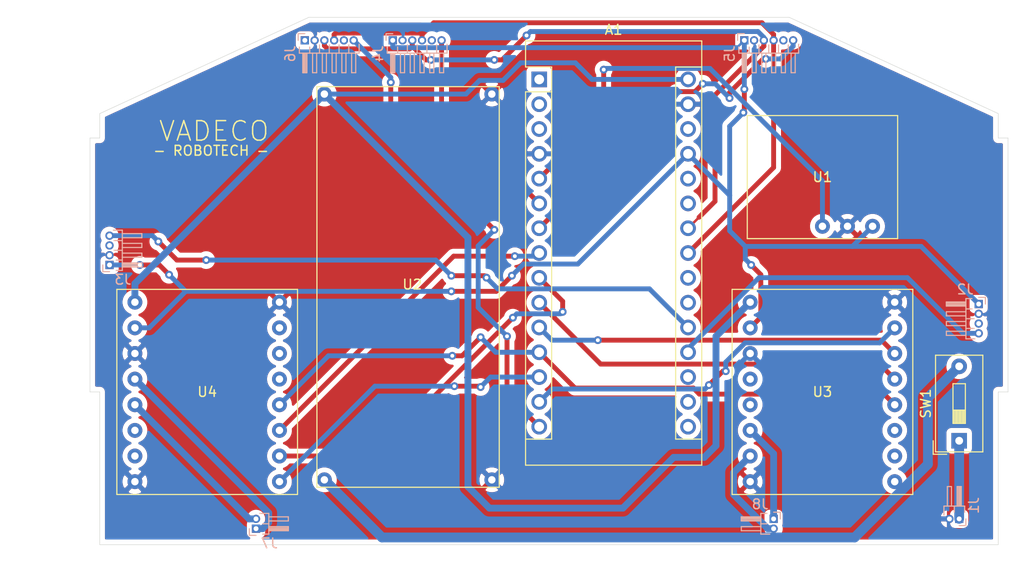
<source format=kicad_pcb>
(kicad_pcb (version 20171130) (host pcbnew 5.1.10-88a1d61d58~88~ubuntu20.04.1)
  (layers (0 F.Cu signal) (31 B.Cu signal) (34 B.Paste user) (35 F.Paste user) (36 B.SilkS user) (37 F.SilkS user) (38 B.Mask user) (39 F.Mask user) (44 Edge.Cuts user))
  (net 0 "")
  (net 1 "Net-(A1-Pad16)")
  (net 2 DISTANCE_03)
  (net 3 6V_LM2596)
  (net 4 PWM_MOTOR_RIGHT)
  (net 5 GND)
  (net 6 PWM_MOTOR_LEFT)
  (net 7 "Net-(A1-Pad28)")
  (net 8 STBY_TB6612FNG)
  (net 9 5V_ARDUINO)
  (net 10 BIT2_MOTOR_RIGHT)
  (net 11 "Net-(A1-Pad26)")
  (net 12 BIT1_MOTOR_RIGHT)
  (net 13 "Net-(A1-Pad25)")
  (net 14 BIT2_MOTOR_LEFT)
  (net 15 SCL_VL53L0X)
  (net 16 BIT1_MOTOR_LEFT)
  (net 17 SDA_VL53L0X)
  (net 18 DISTANCE_02)
  (net 19 "Net-(A1-Pad22)")
  (net 20 DISTANCE_01)
  (net 21 "Net-(A1-Pad21)")
  (net 22 SIGNAL_MICROSTART)
  (net 23 ANALOG_LINE2)
  (net 24 ANALOG_LINE1)
  (net 25 "Net-(A1-Pad3)")
  (net 26 "Net-(A1-Pad18)")
  (net 27 "Net-(A1-Pad2)")
  (net 28 "Net-(A1-Pad17)")
  (net 29 "Net-(A1-Pad1)")
  (net 30 "Net-(J1-Pad1)")
  (net 31 "Net-(J2-Pad3)")
  (net 32 "Net-(J3-Pad3)")
  (net 33 "Net-(J4-Pad5)")
  (net 34 "Net-(J5-Pad5)")
  (net 35 "Net-(J6-Pad5)")
  (net 36 "Net-(J7-Pad2)")
  (net 37 "Net-(J7-Pad1)")
  (net 38 "Net-(J8-Pad2)")
  (net 39 "Net-(J8-Pad1)")
  (net 40 "Net-(SW1-Pad2)")
  (net 41 "Net-(U3-Pad5)")
  (net 42 "Net-(U3-Pad4)")
  (net 43 "Net-(U3-Pad9)")
  (net 44 "Net-(U3-Pad10)")
  (net 45 "Net-(U3-Pad11)")
  (net 46 "Net-(U4-Pad7)")
  (net 47 "Net-(U4-Pad6)")
  (net 48 "Net-(U4-Pad13)")
  (net 49 "Net-(U4-Pad14)")
  (net 50 "Net-(U4-Pad15)")
  (module Module:TB6612FNG (layer F.Cu) (at 119 90)
    (fp_text reference U4 (at 0 0) (layer F.SilkS))
    (fp_text value LEFT_TB6612FNG)
    (pad 8 thru_hole circle (at -7.4 9.1875) (size 1.524 1.524) (drill 0.762) (layers *.Cu *.Mask) (net 5 GND))
    (pad 7 thru_hole circle (at -7.4 6.5625) (size 1.524 1.524) (drill 0.762) (layers *.Cu *.Mask) (net 46 "Net-(U4-Pad7)"))
    (pad 6 thru_hole circle (at -7.4 3.9375) (size 1.524 1.524) (drill 0.762) (layers *.Cu *.Mask) (net 47 "Net-(U4-Pad6)"))
    (pad 5 thru_hole circle (at -7.4 1.3125) (size 1.524 1.524) (drill 0.762) (layers *.Cu *.Mask) (net 36 "Net-(J7-Pad2)"))
    (pad 4 thru_hole circle (at -7.4 -1.3125) (size 1.524 1.524) (drill 0.762) (layers *.Cu *.Mask) (net 37 "Net-(J7-Pad1)"))
    (pad 3 thru_hole circle (at -7.4 -3.9375) (size 1.524 1.524) (drill 0.762) (layers *.Cu *.Mask) (net 5 GND))
    (pad 2 thru_hole circle (at -7.4 -6.5625) (size 1.524 1.524) (drill 0.762) (layers *.Cu *.Mask) (net 9 5V_ARDUINO))
    (pad 1 thru_hole circle (at -7.4 -9.1875) (size 1.524 1.524) (drill 0.762) (layers *.Cu *.Mask) (net 3 6V_LM2596))
    (pad 9 thru_hole circle (at 7.4 9.1875) (size 1.524 1.524) (drill 0.762) (layers *.Cu *.Mask) (net 6 PWM_MOTOR_LEFT))
    (pad 10 thru_hole circle (at 7.4 6.5625) (size 1.524 1.524) (drill 0.762) (layers *.Cu *.Mask) (net 14 BIT2_MOTOR_LEFT))
    (pad 11 thru_hole circle (at 7.4 3.9375) (size 1.524 1.524) (drill 0.762) (layers *.Cu *.Mask) (net 16 BIT1_MOTOR_LEFT))
    (pad 12 thru_hole circle (at 7.4 1.3125) (size 1.524 1.524) (drill 0.762) (layers *.Cu *.Mask) (net 8 STBY_TB6612FNG))
    (pad 13 thru_hole circle (at 7.4 -1.3125) (size 1.524 1.524) (drill 0.762) (layers *.Cu *.Mask) (net 48 "Net-(U4-Pad13)"))
    (pad 14 thru_hole circle (at 7.4 -3.9375) (size 1.524 1.524) (drill 0.762) (layers *.Cu *.Mask) (net 49 "Net-(U4-Pad14)"))
    (pad 15 thru_hole circle (at 7.4 -6.5625) (size 1.524 1.524) (drill 0.762) (layers *.Cu *.Mask) (net 50 "Net-(U4-Pad15)"))
    (pad 16 thru_hole circle (at 7.4 -9.1875) (size 1.524 1.524) (drill 0.762) (layers *.Cu *.Mask) (net 5 GND))
  )
  (module Module:TB6612FNG (layer F.Cu) (at 182 90)
    (fp_text reference U3 (at 0 0) (layer F.SilkS))
    (fp_text value RIGHT_TB6612FNG)
    (pad 8 thru_hole circle (at -7.4 9.1875) (size 1.524 1.524) (drill 0.762) (layers *.Cu *.Mask) (net 5 GND))
    (pad 7 thru_hole circle (at -7.4 6.5625) (size 1.524 1.524) (drill 0.762) (layers *.Cu *.Mask) (net 38 "Net-(J8-Pad2)"))
    (pad 6 thru_hole circle (at -7.4 3.9375) (size 1.524 1.524) (drill 0.762) (layers *.Cu *.Mask) (net 39 "Net-(J8-Pad1)"))
    (pad 5 thru_hole circle (at -7.4 1.3125) (size 1.524 1.524) (drill 0.762) (layers *.Cu *.Mask) (net 41 "Net-(U3-Pad5)"))
    (pad 4 thru_hole circle (at -7.4 -1.3125) (size 1.524 1.524) (drill 0.762) (layers *.Cu *.Mask) (net 42 "Net-(U3-Pad4)"))
    (pad 3 thru_hole circle (at -7.4 -3.9375) (size 1.524 1.524) (drill 0.762) (layers *.Cu *.Mask) (net 5 GND))
    (pad 2 thru_hole circle (at -7.4 -6.5625) (size 1.524 1.524) (drill 0.762) (layers *.Cu *.Mask) (net 9 5V_ARDUINO))
    (pad 1 thru_hole circle (at -7.4 -9.1875) (size 1.524 1.524) (drill 0.762) (layers *.Cu *.Mask) (net 3 6V_LM2596))
    (pad 9 thru_hole circle (at 7.4 9.1875) (size 1.524 1.524) (drill 0.762) (layers *.Cu *.Mask) (net 43 "Net-(U3-Pad9)"))
    (pad 10 thru_hole circle (at 7.4 6.5625) (size 1.524 1.524) (drill 0.762) (layers *.Cu *.Mask) (net 44 "Net-(U3-Pad10)"))
    (pad 11 thru_hole circle (at 7.4 3.9375) (size 1.524 1.524) (drill 0.762) (layers *.Cu *.Mask) (net 45 "Net-(U3-Pad11)"))
    (pad 12 thru_hole circle (at 7.4 1.3125) (size 1.524 1.524) (drill 0.762) (layers *.Cu *.Mask) (net 8 STBY_TB6612FNG))
    (pad 13 thru_hole circle (at 7.4 -1.3125) (size 1.524 1.524) (drill 0.762) (layers *.Cu *.Mask) (net 12 BIT1_MOTOR_RIGHT))
    (pad 14 thru_hole circle (at 7.4 -3.9375) (size 1.524 1.524) (drill 0.762) (layers *.Cu *.Mask) (net 10 BIT2_MOTOR_RIGHT))
    (pad 15 thru_hole circle (at 7.4 -6.5625) (size 1.524 1.524) (drill 0.762) (layers *.Cu *.Mask) (net 4 PWM_MOTOR_RIGHT))
    (pad 16 thru_hole circle (at 7.4 -9.1875) (size 1.524 1.524) (drill 0.762) (layers *.Cu *.Mask) (net 5 GND))
  )
  (module Converter_DCDC:LM2596_ADJ (layer F.Cu) (at 140 79)
    (fp_text reference U2 (at 0 0) (layer F.SilkS))
    (fp_text value LM2596_ADJ)
    (pad 2 thru_hole circle (at 8.145 20) (size 1.524 1.524) (drill 0.762) (layers *.Cu *.Mask) (net 5 GND))
    (pad 4 thru_hole circle (at 8.145 -19.497) (size 1.524 1.524) (drill 0.762) (layers *.Cu *.Mask) (net 5 GND))
    (pad 3 thru_hole circle (at -9 -19.497) (size 1.524 1.524) (drill 0.762) (layers *.Cu *.Mask) (net 3 6V_LM2596))
    (pad 1 thru_hole circle (at -9 20) (size 1.524 1.524) (drill 0.762) (layers *.Cu *.Mask) (net 40 "Net-(SW1-Pad2)"))
  )
  (module Module:MICROSTART_MODULE (layer F.Cu) (at 182 68)
    (fp_text reference U1 (at 0 0) (layer F.SilkS))
    (fp_text value Microstart_Remote)
    (pad 3 thru_hole circle (at 0 5.04) (size 1.524 1.524) (drill 0.762) (layers *.Cu *.Mask) (net 22 SIGNAL_MICROSTART))
    (pad 2 thru_hole circle (at 2.566 5.04) (size 1.524 1.524) (drill 0.762) (layers *.Cu *.Mask) (net 5 GND))
    (pad 1 thru_hole circle (at 5.132 5.04) (size 1.524 1.524) (drill 0.762) (layers *.Cu *.Mask) (net 9 5V_ARDUINO))
  )
  (module Button_Switch_THT:SW_DIP_SPSTx01_Slide_9.78x4.72mm_W7.62mm_P2.54mm (layer F.Cu) (at 196 95 90)
    (fp_text reference SW1 (at 3.81 -3.42 90) (layer F.SilkS))
    (fp_text value SW_DIP_x01)
    (pad 2 thru_hole oval (at 7.62 0 90) (size 1.6 1.6) (drill 0.8) (layers *.Cu *.Mask) (net 40 "Net-(SW1-Pad2)"))
    (pad 1 thru_hole rect (at 0 0 90) (size 1.6 1.6) (drill 0.8) (layers *.Cu *.Mask) (net 30 "Net-(J1-Pad1)"))
  )
  (module Connector_PinHeader_1.00mm:PinHeader_1x02_P1.00mm_Horizontal (layer B.Cu) (at 177 103 180)
    (fp_text reference J8 (at 1.375 1.5) (layer B.SilkS) (effects (justify mirror)))
    (fp_text value Conn_MOTOR_RIGHT)
    (pad 2 thru_hole oval (at 0 -1 180) (size 0.85 0.85) (drill 0.5) (layers *.Cu *.Mask) (net 38 "Net-(J8-Pad2)"))
    (pad 1 thru_hole rect (at 0 0 180) (size 0.85 0.85) (drill 0.5) (layers *.Cu *.Mask) (net 39 "Net-(J8-Pad1)"))
  )
  (module Connector_PinHeader_1.00mm:PinHeader_1x02_P1.00mm_Horizontal (layer B.Cu) (at 124 104)
    (fp_text reference J7 (at 1.375 1.5) (layer B.SilkS) (effects (justify mirror)))
    (fp_text value Conn_MOTOR_LEFT)
    (pad 2 thru_hole oval (at 0 -1) (size 0.85 0.85) (drill 0.5) (layers *.Cu *.Mask) (net 36 "Net-(J7-Pad2)"))
    (pad 1 thru_hole rect (at 0 0) (size 0.85 0.85) (drill 0.5) (layers *.Cu *.Mask) (net 37 "Net-(J7-Pad1)"))
  )
  (module Connector_PinHeader_1.00mm:PinHeader_1x06_P1.00mm_Horizontal (layer B.Cu) (at 129 54 270)
    (fp_text reference J6 (at 1.375 1.5 270) (layer B.SilkS) (effects (justify mirror)))
    (fp_text value Conn_VL53L0X)
    (pad 6 thru_hole oval (at 0 -5 270) (size 0.85 0.85) (drill 0.5) (layers *.Cu *.Mask) (net 2 DISTANCE_03))
    (pad 5 thru_hole oval (at 0 -4 270) (size 0.85 0.85) (drill 0.5) (layers *.Cu *.Mask) (net 35 "Net-(J6-Pad5)"))
    (pad 4 thru_hole oval (at 0 -3 270) (size 0.85 0.85) (drill 0.5) (layers *.Cu *.Mask) (net 17 SDA_VL53L0X))
    (pad 3 thru_hole oval (at 0 -2 270) (size 0.85 0.85) (drill 0.5) (layers *.Cu *.Mask) (net 15 SCL_VL53L0X))
    (pad 2 thru_hole oval (at 0 -1 270) (size 0.85 0.85) (drill 0.5) (layers *.Cu *.Mask) (net 5 GND))
    (pad 1 thru_hole rect (at 0 0 270) (size 0.85 0.85) (drill 0.5) (layers *.Cu *.Mask) (net 9 5V_ARDUINO))
  )
  (module Connector_PinHeader_1.00mm:PinHeader_1x06_P1.00mm_Horizontal (layer B.Cu) (at 174 54 270)
    (fp_text reference J5 (at 1.375 1.5 270) (layer B.SilkS) (effects (justify mirror)))
    (fp_text value Conn_VL53L0X)
    (pad 6 thru_hole oval (at 0 -5 270) (size 0.85 0.85) (drill 0.5) (layers *.Cu *.Mask) (net 18 DISTANCE_02))
    (pad 5 thru_hole oval (at 0 -4 270) (size 0.85 0.85) (drill 0.5) (layers *.Cu *.Mask) (net 34 "Net-(J5-Pad5)"))
    (pad 4 thru_hole oval (at 0 -3 270) (size 0.85 0.85) (drill 0.5) (layers *.Cu *.Mask) (net 17 SDA_VL53L0X))
    (pad 3 thru_hole oval (at 0 -2 270) (size 0.85 0.85) (drill 0.5) (layers *.Cu *.Mask) (net 15 SCL_VL53L0X))
    (pad 2 thru_hole oval (at 0 -1 270) (size 0.85 0.85) (drill 0.5) (layers *.Cu *.Mask) (net 5 GND))
    (pad 1 thru_hole rect (at 0 0 270) (size 0.85 0.85) (drill 0.5) (layers *.Cu *.Mask) (net 9 5V_ARDUINO))
  )
  (module Connector_PinHeader_1.00mm:PinHeader_1x06_P1.00mm_Horizontal (layer B.Cu) (at 138 54 270)
    (fp_text reference J4 (at 1.375 1.5 270) (layer B.SilkS) (effects (justify mirror)))
    (fp_text value Conn_VL53L0X)
    (pad 6 thru_hole oval (at 0 -5 270) (size 0.85 0.85) (drill 0.5) (layers *.Cu *.Mask) (net 20 DISTANCE_01))
    (pad 5 thru_hole oval (at 0 -4 270) (size 0.85 0.85) (drill 0.5) (layers *.Cu *.Mask) (net 33 "Net-(J4-Pad5)"))
    (pad 4 thru_hole oval (at 0 -3 270) (size 0.85 0.85) (drill 0.5) (layers *.Cu *.Mask) (net 17 SDA_VL53L0X))
    (pad 3 thru_hole oval (at 0 -2 270) (size 0.85 0.85) (drill 0.5) (layers *.Cu *.Mask) (net 15 SCL_VL53L0X))
    (pad 2 thru_hole oval (at 0 -1 270) (size 0.85 0.85) (drill 0.5) (layers *.Cu *.Mask) (net 5 GND))
    (pad 1 thru_hole rect (at 0 0 270) (size 0.85 0.85) (drill 0.5) (layers *.Cu *.Mask) (net 9 5V_ARDUINO))
  )
  (module Connector_PinHeader_1.00mm:PinHeader_1x04_P1.00mm_Horizontal (layer B.Cu) (at 109 77)
    (fp_text reference J3 (at 1.375 1.5) (layer B.SilkS) (effects (justify mirror)))
    (fp_text value Conn_TCRT5000)
    (pad 4 thru_hole oval (at 0 -3) (size 0.85 0.85) (drill 0.5) (layers *.Cu *.Mask) (net 23 ANALOG_LINE2))
    (pad 3 thru_hole oval (at 0 -2) (size 0.85 0.85) (drill 0.5) (layers *.Cu *.Mask) (net 32 "Net-(J3-Pad3)"))
    (pad 2 thru_hole oval (at 0 -1) (size 0.85 0.85) (drill 0.5) (layers *.Cu *.Mask) (net 5 GND))
    (pad 1 thru_hole rect (at 0 0) (size 0.85 0.85) (drill 0.5) (layers *.Cu *.Mask) (net 9 5V_ARDUINO))
  )
  (module Connector_PinHeader_1.00mm:PinHeader_1x04_P1.00mm_Horizontal (layer B.Cu) (at 198 81 180)
    (fp_text reference J2 (at 1.375 1.5) (layer B.SilkS) (effects (justify mirror)))
    (fp_text value Conn_TCRT5000)
    (pad 4 thru_hole oval (at 0 -3 180) (size 0.85 0.85) (drill 0.5) (layers *.Cu *.Mask) (net 24 ANALOG_LINE1))
    (pad 3 thru_hole oval (at 0 -2 180) (size 0.85 0.85) (drill 0.5) (layers *.Cu *.Mask) (net 31 "Net-(J2-Pad3)"))
    (pad 2 thru_hole oval (at 0 -1 180) (size 0.85 0.85) (drill 0.5) (layers *.Cu *.Mask) (net 5 GND))
    (pad 1 thru_hole rect (at 0 0 180) (size 0.85 0.85) (drill 0.5) (layers *.Cu *.Mask) (net 9 5V_ARDUINO))
  )
  (module Connector_PinHeader_1.00mm:PinHeader_1x02_P1.00mm_Horizontal (layer B.Cu) (at 196 103 90)
    (fp_text reference J1 (at 1.375 1.5 270) (layer B.SilkS) (effects (justify mirror)))
    (fp_text value Conn_Battery)
    (pad 2 thru_hole oval (at 0 -1 90) (size 0.85 0.85) (drill 0.5) (layers *.Cu *.Mask) (net 5 GND))
    (pad 1 thru_hole rect (at 0 0 90) (size 0.85 0.85) (drill 0.5) (layers *.Cu *.Mask) (net 30 "Net-(J1-Pad1)"))
  )
  (module Module:Arduino_Nano (layer F.Cu) (at 153 58)
    (fp_text reference A1 (at 7.62 -5.08) (layer F.SilkS))
    (fp_text value Arduino_Nano_v3.x)
    (pad 16 thru_hole oval (at 15.24 35.56) (size 1.6 1.6) (drill 1) (layers *.Cu *.Mask) (net 1 "Net-(A1-Pad16)"))
    (pad 15 thru_hole oval (at 0 35.56) (size 1.6 1.6) (drill 1) (layers *.Cu *.Mask) (net 2 DISTANCE_03))
    (pad 30 thru_hole oval (at 15.24 0) (size 1.6 1.6) (drill 1) (layers *.Cu *.Mask) (net 3 6V_LM2596))
    (pad 14 thru_hole oval (at 0 33.02) (size 1.6 1.6) (drill 1) (layers *.Cu *.Mask) (net 4 PWM_MOTOR_RIGHT))
    (pad 29 thru_hole oval (at 15.24 2.54) (size 1.6 1.6) (drill 1) (layers *.Cu *.Mask) (net 5 GND))
    (pad 13 thru_hole oval (at 0 30.48) (size 1.6 1.6) (drill 1) (layers *.Cu *.Mask) (net 6 PWM_MOTOR_LEFT))
    (pad 28 thru_hole oval (at 15.24 5.08) (size 1.6 1.6) (drill 1) (layers *.Cu *.Mask) (net 7 "Net-(A1-Pad28)"))
    (pad 12 thru_hole oval (at 0 27.94) (size 1.6 1.6) (drill 1) (layers *.Cu *.Mask) (net 8 STBY_TB6612FNG))
    (pad 27 thru_hole oval (at 15.24 7.62) (size 1.6 1.6) (drill 1) (layers *.Cu *.Mask) (net 9 5V_ARDUINO))
    (pad 11 thru_hole oval (at 0 25.4) (size 1.6 1.6) (drill 1) (layers *.Cu *.Mask) (net 10 BIT2_MOTOR_RIGHT))
    (pad 26 thru_hole oval (at 15.24 10.16) (size 1.6 1.6) (drill 1) (layers *.Cu *.Mask) (net 11 "Net-(A1-Pad26)"))
    (pad 10 thru_hole oval (at 0 22.86) (size 1.6 1.6) (drill 1) (layers *.Cu *.Mask) (net 12 BIT1_MOTOR_RIGHT))
    (pad 25 thru_hole oval (at 15.24 12.7) (size 1.6 1.6) (drill 1) (layers *.Cu *.Mask) (net 13 "Net-(A1-Pad25)"))
    (pad 9 thru_hole oval (at 0 20.32) (size 1.6 1.6) (drill 1) (layers *.Cu *.Mask) (net 14 BIT2_MOTOR_LEFT))
    (pad 24 thru_hole oval (at 15.24 15.24) (size 1.6 1.6) (drill 1) (layers *.Cu *.Mask) (net 15 SCL_VL53L0X))
    (pad 8 thru_hole oval (at 0 17.78) (size 1.6 1.6) (drill 1) (layers *.Cu *.Mask) (net 16 BIT1_MOTOR_LEFT))
    (pad 23 thru_hole oval (at 15.24 17.78) (size 1.6 1.6) (drill 1) (layers *.Cu *.Mask) (net 17 SDA_VL53L0X))
    (pad 7 thru_hole oval (at 0 15.24) (size 1.6 1.6) (drill 1) (layers *.Cu *.Mask) (net 18 DISTANCE_02))
    (pad 22 thru_hole oval (at 15.24 20.32) (size 1.6 1.6) (drill 1) (layers *.Cu *.Mask) (net 19 "Net-(A1-Pad22)"))
    (pad 6 thru_hole oval (at 0 12.7) (size 1.6 1.6) (drill 1) (layers *.Cu *.Mask) (net 20 DISTANCE_01))
    (pad 21 thru_hole oval (at 15.24 22.86) (size 1.6 1.6) (drill 1) (layers *.Cu *.Mask) (net 21 "Net-(A1-Pad21)"))
    (pad 5 thru_hole oval (at 0 10.16) (size 1.6 1.6) (drill 1) (layers *.Cu *.Mask) (net 22 SIGNAL_MICROSTART))
    (pad 20 thru_hole oval (at 15.24 25.4) (size 1.6 1.6) (drill 1) (layers *.Cu *.Mask) (net 23 ANALOG_LINE2))
    (pad 4 thru_hole oval (at 0 7.62) (size 1.6 1.6) (drill 1) (layers *.Cu *.Mask) (net 5 GND))
    (pad 19 thru_hole oval (at 15.24 27.94) (size 1.6 1.6) (drill 1) (layers *.Cu *.Mask) (net 24 ANALOG_LINE1))
    (pad 3 thru_hole oval (at 0 5.08) (size 1.6 1.6) (drill 1) (layers *.Cu *.Mask) (net 25 "Net-(A1-Pad3)"))
    (pad 18 thru_hole oval (at 15.24 30.48) (size 1.6 1.6) (drill 1) (layers *.Cu *.Mask) (net 26 "Net-(A1-Pad18)"))
    (pad 2 thru_hole oval (at 0 2.54) (size 1.6 1.6) (drill 1) (layers *.Cu *.Mask) (net 27 "Net-(A1-Pad2)"))
    (pad 17 thru_hole oval (at 15.24 33.02) (size 1.6 1.6) (drill 1) (layers *.Cu *.Mask) (net 28 "Net-(A1-Pad17)"))
    (pad 1 thru_hole rect (at 0 0) (size 1.6 1.6) (drill 1) (layers *.Cu *.Mask) (net 29 "Net-(A1-Pad1)"))
  )
  (gr_text "- ROBOTECH -" (at 119.4 65.3) (layer F.SilkS) (effects (font (size 1 1))))
  (gr_text VADECO (at 119.7 63.3) (layer F.SilkS) (effects (font (size 2 2))))
  (gr_line (start 200 64) (end 200 61.5) (layer Edge.Cuts) (width 0.05))
  (gr_line (start 108 64) (end 108 61.5) (layer Edge.Cuts) (width 0.05))
  (gr_line (start 200 105.645) (end 200 90) (layer Edge.Cuts) (width 0.05))
  (gr_line (start 108 105.645) (end 200 105.645) (layer Edge.Cuts) (width 0.05))
  (gr_line (start 108 90) (end 108 105.645) (layer Edge.Cuts) (width 0.05))
  (gr_line (start 201 90) (end 200 90) (layer Edge.Cuts) (width 0.05))
  (gr_line (start 201 64) (end 201 90) (layer Edge.Cuts) (width 0.05))
  (gr_line (start 200 64) (end 201 64) (layer Edge.Cuts) (width 0.05))
  (gr_line (start 178.601 51.645) (end 200 61.5) (layer Edge.Cuts) (width 0.05))
  (gr_line (start 129.399 51.645) (end 178.601 51.645) (layer Edge.Cuts) (width 0.05))
  (gr_line (start 108 61.5) (end 129.399 51.645) (layer Edge.Cuts) (width 0.05))
  (gr_line (start 107 90) (end 108 90) (layer Edge.Cuts) (width 0.05))
  (gr_line (start 107 64) (end 108 64) (layer Edge.Cuts) (width 0.05))
  (gr_line (start 107 90) (end 107 64) (layer Edge.Cuts) (width 0.05))
  (via (at 137.8 58.3) (size 0.8) (drill 0.4) (layers F.Cu B.Cu) (net 2))
  (segment (start 137.8 57.8) (end 137.8 58.3) (width 0.5) (layer B.Cu) (net 2))
  (segment (start 134 54) (end 137.8 57.8) (width 0.5) (layer B.Cu) (net 2))
  (segment (start 137.8 62.8) (end 148.4 73.4) (width 0.5) (layer F.Cu) (net 2))
  (via (at 148.4 73.4) (size 0.8) (drill 0.4) (layers F.Cu B.Cu) (net 2))
  (segment (start 137.8 58.3) (end 137.8 62.8) (width 0.5) (layer F.Cu) (net 2))
  (via (at 149.7 84.3) (size 0.8) (drill 0.4) (layers F.Cu B.Cu) (net 2))
  (segment (start 146.749999 81.349999) (end 149.7 84.3) (width 0.5) (layer B.Cu) (net 2))
  (segment (start 146.749999 75.050001) (end 146.749999 81.349999) (width 0.5) (layer B.Cu) (net 2))
  (segment (start 148.4 73.4) (end 146.749999 75.050001) (width 0.5) (layer B.Cu) (net 2))
  (segment (start 149.7 90.26) (end 153 93.56) (width 0.5) (layer F.Cu) (net 2))
  (segment (start 149.7 84.3) (end 149.7 90.26) (width 0.5) (layer F.Cu) (net 2))
  (segment (start 131 59.503) (end 145.497 59.503) (width 0.5) (layer B.Cu) (net 3))
  (segment (start 146.9 58.1) (end 149.3 58.1) (width 0.5) (layer B.Cu) (net 3))
  (segment (start 145.497 59.503) (end 146.9 58.1) (width 0.5) (layer B.Cu) (net 3))
  (segment (start 149.3 58.1) (end 151.1 56.3) (width 0.5) (layer B.Cu) (net 3))
  (segment (start 151.1 56.3) (end 156.7 56.3) (width 0.5) (layer B.Cu) (net 3))
  (segment (start 158.4 58) (end 168.24 58) (width 0.5) (layer B.Cu) (net 3))
  (segment (start 156.7 56.3) (end 158.4 58) (width 0.5) (layer B.Cu) (net 3))
  (segment (start 111.6 78.903) (end 131 59.503) (width 0.7) (layer B.Cu) (net 3))
  (segment (start 111.6 80.8125) (end 111.6 78.903) (width 0.7) (layer B.Cu) (net 3))
  (segment (start 131 59.503) (end 145.7 74.203) (width 0.7) (layer B.Cu) (net 3))
  (segment (start 145.7 74.203) (end 145.7 99.7) (width 0.7) (layer B.Cu) (net 3))
  (segment (start 145.7 99.7) (end 147.9 101.9) (width 0.7) (layer B.Cu) (net 3))
  (segment (start 161.565002 101.9) (end 166.765002 96.7) (width 0.7) (layer B.Cu) (net 3))
  (segment (start 147.9 101.9) (end 161.565002 101.9) (width 0.7) (layer B.Cu) (net 3))
  (segment (start 166.765002 96.7) (end 169.9 96.7) (width 0.7) (layer B.Cu) (net 3))
  (segment (start 169.9 96.7) (end 171.1 95.5) (width 0.7) (layer B.Cu) (net 3))
  (segment (start 171.1 84.3125) (end 174.6 80.8125) (width 0.7) (layer B.Cu) (net 3))
  (segment (start 171.1 95.5) (end 171.1 84.3125) (width 0.7) (layer B.Cu) (net 3))
  (via (at 172.1 87.874501) (size 0.8) (drill 0.4) (layers F.Cu B.Cu) (net 4))
  (segment (start 172.1 86.953738) (end 172.1 87.874501) (width 0.5) (layer B.Cu) (net 4))
  (segment (start 174.078239 84.975499) (end 172.1 86.953738) (width 0.5) (layer B.Cu) (net 4))
  (segment (start 187.862001 84.975499) (end 174.078239 84.975499) (width 0.5) (layer B.Cu) (net 4))
  (segment (start 189.4 83.4375) (end 187.862001 84.975499) (width 0.5) (layer B.Cu) (net 4))
  (via (at 170.375 89.3) (size 0.8) (drill 0.4) (layers F.Cu B.Cu) (net 4))
  (segment (start 171.800499 87.874501) (end 170.375 89.3) (width 0.5) (layer F.Cu) (net 4))
  (segment (start 172.1 87.874501) (end 171.800499 87.874501) (width 0.5) (layer F.Cu) (net 4))
  (segment (start 154.320001 89.699999) (end 153 91.02) (width 0.5) (layer B.Cu) (net 4))
  (segment (start 169.975001 89.699999) (end 154.320001 89.699999) (width 0.5) (layer B.Cu) (net 4))
  (segment (start 170.375 89.3) (end 169.975001 89.699999) (width 0.5) (layer B.Cu) (net 4))
  (via (at 144.312653 89.412653) (size 0.8) (drill 0.4) (layers F.Cu B.Cu) (net 6))
  (segment (start 136.174847 89.412653) (end 144.312653 89.412653) (width 0.5) (layer B.Cu) (net 6))
  (segment (start 126.4 99.1875) (end 136.174847 89.412653) (width 0.5) (layer B.Cu) (net 6))
  (via (at 147 89.5) (size 0.8) (drill 0.4) (layers F.Cu B.Cu) (net 6))
  (segment (start 146.912653 89.412653) (end 147 89.5) (width 0.25) (layer F.Cu) (net 6))
  (segment (start 144.312653 89.412653) (end 146.912653 89.412653) (width 0.5) (layer F.Cu) (net 6))
  (segment (start 148.02 88.48) (end 153 88.48) (width 0.5) (layer B.Cu) (net 6))
  (segment (start 147 89.5) (end 148.02 88.48) (width 0.5) (layer B.Cu) (net 6))
  (via (at 144.1 86.3) (size 0.8) (drill 0.4) (layers F.Cu B.Cu) (net 8))
  (segment (start 131.4125 86.3) (end 144.1 86.3) (width 0.5) (layer B.Cu) (net 8))
  (segment (start 126.4 91.3125) (end 131.4125 86.3) (width 0.5) (layer B.Cu) (net 8))
  (segment (start 145.1 86.3) (end 147 84.4) (width 0.5) (layer F.Cu) (net 8))
  (via (at 147 84.4) (size 0.8) (drill 0.4) (layers F.Cu B.Cu) (net 8))
  (segment (start 144.1 86.3) (end 145.1 86.3) (width 0.5) (layer F.Cu) (net 8))
  (segment (start 148.54 85.94) (end 153 85.94) (width 0.5) (layer B.Cu) (net 8))
  (segment (start 147 84.4) (end 148.54 85.94) (width 0.5) (layer B.Cu) (net 8))
  (segment (start 156.665001 89.605001) (end 153 85.94) (width 0.5) (layer F.Cu) (net 8))
  (segment (start 168.780001 89.605001) (end 156.665001 89.605001) (width 0.5) (layer F.Cu) (net 8))
  (segment (start 169.400499 90.225499) (end 168.780001 89.605001) (width 0.5) (layer F.Cu) (net 8))
  (segment (start 188.312999 90.225499) (end 169.400499 90.225499) (width 0.5) (layer F.Cu) (net 8))
  (segment (start 189.4 91.3125) (end 188.312999 90.225499) (width 0.5) (layer F.Cu) (net 8))
  (segment (start 187.132 73.04) (end 185.072 75.1) (width 0.5) (layer B.Cu) (net 9))
  (segment (start 185.072 75.1) (end 174.1 75.1) (width 0.5) (layer B.Cu) (net 9))
  (segment (start 174.1 75.1) (end 172.5 73.5) (width 0.5) (layer B.Cu) (net 9))
  (segment (start 172.5 69.88) (end 168.24 65.62) (width 0.5) (layer B.Cu) (net 9))
  (segment (start 172.5 73.5) (end 172.5 69.88) (width 0.5) (layer B.Cu) (net 9))
  (segment (start 192.1 75.1) (end 198 81) (width 0.5) (layer B.Cu) (net 9))
  (segment (start 185.072 75.1) (end 192.1 75.1) (width 0.5) (layer B.Cu) (net 9))
  (via (at 112.1 77) (size 0.8) (drill 0.4) (layers F.Cu B.Cu) (net 9))
  (segment (start 109 77) (end 112.1 77) (width 0.5) (layer B.Cu) (net 9))
  (via (at 115.1 78) (size 0.8) (drill 0.4) (layers F.Cu B.Cu) (net 9))
  (segment (start 114.1 77) (end 115.1 78) (width 0.5) (layer F.Cu) (net 9))
  (segment (start 112.1 77) (end 114.1 77) (width 0.5) (layer F.Cu) (net 9))
  (via (at 144 79.7) (size 0.8) (drill 0.4) (layers F.Cu B.Cu) (net 9))
  (segment (start 116.8 79.7) (end 144 79.7) (width 0.5) (layer B.Cu) (net 9))
  (segment (start 115.1 78) (end 116.8 79.7) (width 0.5) (layer B.Cu) (net 9))
  (via (at 150.2 78.1) (size 0.8) (drill 0.4) (layers F.Cu B.Cu) (net 9))
  (segment (start 148.6 79.7) (end 150.2 78.1) (width 0.5) (layer F.Cu) (net 9))
  (segment (start 144 79.7) (end 148.6 79.7) (width 0.5) (layer F.Cu) (net 9))
  (segment (start 156.954999 76.905001) (end 168.24 65.62) (width 0.5) (layer B.Cu) (net 9))
  (segment (start 151.394999 76.905001) (end 156.954999 76.905001) (width 0.5) (layer B.Cu) (net 9))
  (segment (start 150.2 78.1) (end 151.394999 76.905001) (width 0.5) (layer B.Cu) (net 9))
  (segment (start 113.0625 83.4375) (end 116.8 79.7) (width 0.5) (layer B.Cu) (net 9))
  (segment (start 111.6 83.4375) (end 113.0625 83.4375) (width 0.5) (layer B.Cu) (net 9))
  (segment (start 138.075001 54.750001) (end 173.249999 54.750001) (width 0.5) (layer B.Cu) (net 9))
  (segment (start 173.249999 54.750001) (end 174 54) (width 0.25) (layer B.Cu) (net 9))
  (segment (start 138 54.675) (end 138.075001 54.750001) (width 0.5) (layer B.Cu) (net 9))
  (segment (start 138 54) (end 138 54.675) (width 0.5) (layer B.Cu) (net 9))
  (via (at 174 59) (size 0.8) (drill 0.4) (layers F.Cu B.Cu) (net 9))
  (segment (start 174 54) (end 174 59) (width 0.5) (layer B.Cu) (net 9))
  (via (at 173.9 61.4) (size 0.8) (drill 0.4) (layers F.Cu B.Cu) (net 9))
  (segment (start 174 61.3) (end 173.9 61.4) (width 0.25) (layer F.Cu) (net 9))
  (segment (start 174 59) (end 174 61.3) (width 0.5) (layer F.Cu) (net 9))
  (segment (start 172.5 62.8) (end 172.5 69.88) (width 0.5) (layer B.Cu) (net 9))
  (segment (start 173.9 61.4) (end 172.5 62.8) (width 0.5) (layer B.Cu) (net 9))
  (via (at 174.7 77) (size 0.8) (drill 0.4) (layers F.Cu B.Cu) (net 9))
  (segment (start 175.687001 77.987001) (end 174.7 77) (width 0.5) (layer F.Cu) (net 9))
  (segment (start 175.687001 82.350499) (end 175.687001 77.987001) (width 0.5) (layer F.Cu) (net 9))
  (segment (start 174.6 83.4375) (end 175.687001 82.350499) (width 0.5) (layer F.Cu) (net 9))
  (segment (start 174.1 76.4) (end 174.1 75.1) (width 0.5) (layer B.Cu) (net 9))
  (segment (start 174.7 77) (end 174.1 76.4) (width 0.5) (layer B.Cu) (net 9))
  (via (at 159 84.7) (size 0.8) (drill 0.4) (layers F.Cu B.Cu) (net 10))
  (segment (start 188.0375 84.7) (end 159 84.7) (width 0.5) (layer F.Cu) (net 10))
  (segment (start 189.4 86.0625) (end 188.0375 84.7) (width 0.5) (layer F.Cu) (net 10))
  (segment (start 154.3 84.7) (end 153 83.4) (width 0.5) (layer B.Cu) (net 10))
  (segment (start 159 84.7) (end 154.3 84.7) (width 0.5) (layer B.Cu) (net 10))
  (segment (start 159.289501 87.149501) (end 153 80.86) (width 0.5) (layer F.Cu) (net 12))
  (segment (start 187.862001 87.149501) (end 159.289501 87.149501) (width 0.5) (layer F.Cu) (net 12))
  (segment (start 189.4 88.6875) (end 187.862001 87.149501) (width 0.5) (layer F.Cu) (net 12))
  (via (at 150.3 82.4) (size 0.8) (drill 0.4) (layers F.Cu B.Cu) (net 14))
  (segment (start 136.1375 96.5625) (end 150.3 82.4) (width 0.5) (layer F.Cu) (net 14))
  (segment (start 126.4 96.5625) (end 136.1375 96.5625) (width 0.5) (layer F.Cu) (net 14))
  (via (at 155.4 81.8) (size 0.8) (drill 0.4) (layers F.Cu B.Cu) (net 14))
  (segment (start 155.199999 82.000001) (end 155.4 81.8) (width 0.25) (layer B.Cu) (net 14))
  (segment (start 150.699999 82.000001) (end 155.199999 82.000001) (width 0.5) (layer B.Cu) (net 14))
  (segment (start 150.3 82.4) (end 150.699999 82.000001) (width 0.5) (layer B.Cu) (net 14))
  (segment (start 155.4 80.72) (end 153 78.32) (width 0.5) (layer F.Cu) (net 14))
  (segment (start 155.4 81.8) (end 155.4 80.72) (width 0.5) (layer F.Cu) (net 14))
  (segment (start 169.365001 72.114999) (end 168.24 73.24) (width 0.25) (layer F.Cu) (net 15))
  (segment (start 171 70.48) (end 169.365001 72.114999) (width 0.5) (layer F.Cu) (net 15))
  (segment (start 171 63.291127) (end 171 70.48) (width 0.5) (layer F.Cu) (net 15))
  (segment (start 176 54) (end 176 54.3) (width 0.5) (layer F.Cu) (net 15))
  (segment (start 176 54.60104) (end 176 54) (width 0.5) (layer F.Cu) (net 15))
  (segment (start 171 59.60104) (end 176 54.60104) (width 0.5) (layer F.Cu) (net 15))
  (segment (start 171 63.291127) (end 171 59.60104) (width 0.5) (layer F.Cu) (net 15))
  (segment (start 131 54.545) (end 131 54) (width 0.5) (layer F.Cu) (net 15))
  (segment (start 131.330001 54.875001) (end 131 54.545) (width 0.5) (layer F.Cu) (net 15))
  (segment (start 139.726039 54.875001) (end 131.330001 54.875001) (width 0.5) (layer F.Cu) (net 15))
  (segment (start 140 54.60104) (end 139.726039 54.875001) (width 0.5) (layer F.Cu) (net 15))
  (segment (start 140 54) (end 140 54.60104) (width 0.5) (layer F.Cu) (net 15))
  (via (at 141.9 56) (size 0.8) (drill 0.4) (layers F.Cu B.Cu) (net 15))
  (segment (start 141.39896 56) (end 141.9 56) (width 0.5) (layer F.Cu) (net 15))
  (segment (start 140 54.60104) (end 141.39896 56) (width 0.5) (layer F.Cu) (net 15))
  (via (at 148.4 56) (size 0.8) (drill 0.4) (layers F.Cu B.Cu) (net 15))
  (segment (start 141.9 56) (end 148.4 56) (width 0.5) (layer B.Cu) (net 15))
  (via (at 151.7 53.5) (size 0.8) (drill 0.4) (layers F.Cu B.Cu) (net 15))
  (segment (start 149.2 56) (end 151.7 53.5) (width 0.5) (layer F.Cu) (net 15))
  (segment (start 148.4 56) (end 149.2 56) (width 0.5) (layer F.Cu) (net 15))
  (segment (start 176 53.704998) (end 176 54) (width 0.5) (layer B.Cu) (net 15))
  (segment (start 175.395003 53.100001) (end 176 53.704998) (width 0.5) (layer B.Cu) (net 15))
  (segment (start 152.099999 53.100001) (end 175.395003 53.100001) (width 0.5) (layer B.Cu) (net 15))
  (segment (start 151.7 53.5) (end 152.099999 53.100001) (width 0.5) (layer B.Cu) (net 15))
  (via (at 150.5 76.1) (size 0.8) (drill 0.4) (layers F.Cu B.Cu) (net 16))
  (segment (start 144.2375 76.1) (end 150.5 76.1) (width 0.5) (layer F.Cu) (net 16))
  (segment (start 126.4 93.9375) (end 144.2375 76.1) (width 0.5) (layer F.Cu) (net 16))
  (segment (start 152.68 76.1) (end 153 75.78) (width 0.25) (layer B.Cu) (net 16))
  (segment (start 150.5 76.1) (end 152.68 76.1) (width 0.5) (layer B.Cu) (net 16))
  (segment (start 177 67.02) (end 177 54) (width 0.5) (layer F.Cu) (net 17))
  (segment (start 168.24 75.78) (end 177 67.02) (width 0.5) (layer F.Cu) (net 17))
  (segment (start 177 54) (end 177 53.39896) (width 0.5) (layer F.Cu) (net 17))
  (segment (start 140.851039 53.249999) (end 141 53.39896) (width 0.25) (layer F.Cu) (net 17))
  (segment (start 141 53.39896) (end 141 54) (width 0.5) (layer F.Cu) (net 17))
  (segment (start 132.148961 53.249999) (end 140.851039 53.249999) (width 0.5) (layer F.Cu) (net 17))
  (segment (start 132 53.39896) (end 132.148961 53.249999) (width 0.5) (layer F.Cu) (net 17))
  (segment (start 132 54) (end 132 53.39896) (width 0.5) (layer F.Cu) (net 17))
  (segment (start 142.19896 52.2) (end 141 53.39896) (width 0.5) (layer F.Cu) (net 17))
  (segment (start 175.80104 52.2) (end 142.19896 52.2) (width 0.5) (layer F.Cu) (net 17))
  (segment (start 177 53.39896) (end 175.80104 52.2) (width 0.5) (layer F.Cu) (net 17))
  (via (at 172.487347 59.912653) (size 0.8) (drill 0.4) (layers F.Cu B.Cu) (net 18))
  (via (at 176.2 55.9) (size 0.8) (drill 0.4) (layers F.Cu B.Cu) (net 18))
  (segment (start 175.934315 55.9) (end 176.2 55.9) (width 0.25) (layer F.Cu) (net 18))
  (segment (start 172.487347 59.346968) (end 175.934315 55.9) (width 0.5) (layer F.Cu) (net 18))
  (segment (start 172.487347 59.912653) (end 172.487347 59.346968) (width 0.5) (layer F.Cu) (net 18))
  (segment (start 179 54.60104) (end 179 54) (width 0.5) (layer B.Cu) (net 18))
  (segment (start 177.70104 55.9) (end 179 54.60104) (width 0.5) (layer B.Cu) (net 18))
  (segment (start 176.2 55.9) (end 177.70104 55.9) (width 0.5) (layer B.Cu) (net 18))
  (segment (start 166.989999 59.250001) (end 168.947903 59.250001) (width 0.5) (layer F.Cu) (net 18))
  (segment (start 172.487347 59.912653) (end 171.023646 58.448952) (width 0.5) (layer B.Cu) (net 18))
  (via (at 169.748952 58.448952) (size 0.8) (drill 0.4) (layers F.Cu B.Cu) (net 18))
  (segment (start 153 73.24) (end 166.989999 59.250001) (width 0.5) (layer F.Cu) (net 18))
  (segment (start 171.023646 58.448952) (end 169.748952 58.448952) (width 0.5) (layer B.Cu) (net 18))
  (segment (start 168.947903 59.250001) (end 169.748952 58.448952) (width 0.5) (layer F.Cu) (net 18))
  (segment (start 143 60.7) (end 153 70.7) (width 0.5) (layer F.Cu) (net 20))
  (segment (start 143 54) (end 143 60.7) (width 0.5) (layer F.Cu) (net 20))
  (segment (start 182 73.04) (end 182 68.4) (width 0.5) (layer B.Cu) (net 22))
  (segment (start 159.725001 56.874999) (end 159.6 57) (width 0.25) (layer B.Cu) (net 22))
  (segment (start 170.474999 56.874999) (end 159.725001 56.874999) (width 0.5) (layer B.Cu) (net 22))
  (via (at 159.6 57) (size 0.8) (drill 0.4) (layers F.Cu B.Cu) (net 22))
  (segment (start 182 68.4) (end 170.474999 56.874999) (width 0.5) (layer B.Cu) (net 22))
  (segment (start 159.6 61.56) (end 153 68.16) (width 0.5) (layer F.Cu) (net 22))
  (segment (start 159.6 57) (end 159.6 61.56) (width 0.5) (layer F.Cu) (net 22))
  (via (at 114 74.6) (size 0.8) (drill 0.4) (layers F.Cu B.Cu) (net 23))
  (segment (start 113.4 74) (end 114 74.6) (width 0.5) (layer B.Cu) (net 23))
  (segment (start 109 74) (end 113.4 74) (width 0.5) (layer B.Cu) (net 23))
  (via (at 118.9 76.5) (size 0.8) (drill 0.4) (layers F.Cu B.Cu) (net 23))
  (segment (start 115.9 76.5) (end 118.9 76.5) (width 0.5) (layer F.Cu) (net 23))
  (segment (start 114 74.6) (end 115.9 76.5) (width 0.5) (layer F.Cu) (net 23))
  (via (at 144 78.1) (size 0.8) (drill 0.4) (layers F.Cu B.Cu) (net 23))
  (segment (start 142.4 76.5) (end 144 78.1) (width 0.5) (layer B.Cu) (net 23))
  (segment (start 118.9 76.5) (end 142.4 76.5) (width 0.5) (layer B.Cu) (net 23))
  (via (at 147.6 78.3) (size 0.8) (drill 0.4) (layers F.Cu B.Cu) (net 23))
  (segment (start 147.4 78.1) (end 147.6 78.3) (width 0.25) (layer F.Cu) (net 23))
  (segment (start 144 78.1) (end 147.4 78.1) (width 0.5) (layer F.Cu) (net 23))
  (segment (start 164.285001 79.445001) (end 168.24 83.4) (width 0.5) (layer B.Cu) (net 23))
  (segment (start 148.745001 79.445001) (end 164.285001 79.445001) (width 0.5) (layer B.Cu) (net 23))
  (segment (start 147.6 78.3) (end 148.745001 79.445001) (width 0.5) (layer B.Cu) (net 23))
  (segment (start 175.503738 78.3) (end 168.24 85.563738) (width 0.5) (layer B.Cu) (net 24))
  (segment (start 190.7 78.3) (end 175.503738 78.3) (width 0.5) (layer B.Cu) (net 24))
  (segment (start 168.24 85.563738) (end 168.24 85.94) (width 0.25) (layer B.Cu) (net 24))
  (segment (start 196.4 84) (end 190.7 78.3) (width 0.5) (layer B.Cu) (net 24))
  (segment (start 198 84) (end 196.4 84) (width 0.5) (layer B.Cu) (net 24))
  (segment (start 196 103) (end 196 95) (width 1) (layer B.Cu) (net 30))
  (segment (start 123.2875 103) (end 111.6 91.3125) (width 0.7) (layer B.Cu) (net 36))
  (segment (start 124 103) (end 123.2875 103) (width 0.7) (layer B.Cu) (net 36))
  (segment (start 124.675 104) (end 125.3 103.375) (width 0.7) (layer B.Cu) (net 37))
  (segment (start 124 104) (end 124.675 104) (width 0.7) (layer B.Cu) (net 37))
  (segment (start 125.3 102.3875) (end 111.6 88.6875) (width 0.7) (layer B.Cu) (net 37))
  (segment (start 125.3 103.375) (end 125.3 102.3875) (width 0.7) (layer B.Cu) (net 37))
  (segment (start 176.39896 104) (end 172.9 100.50104) (width 0.7) (layer B.Cu) (net 38))
  (segment (start 177 104) (end 176.39896 104) (width 0.7) (layer B.Cu) (net 38))
  (segment (start 172.9 98.2625) (end 174.6 96.5625) (width 0.7) (layer B.Cu) (net 38))
  (segment (start 172.9 100.50104) (end 172.9 98.2625) (width 0.7) (layer B.Cu) (net 38))
  (segment (start 177 96.3375) (end 174.6 93.9375) (width 0.7) (layer B.Cu) (net 39))
  (segment (start 177 103) (end 177 96.3375) (width 0.7) (layer B.Cu) (net 39))
  (segment (start 196 87.38) (end 192.8 90.58) (width 1) (layer B.Cu) (net 40))
  (segment (start 192.8 97.396262) (end 185.296262 104.9) (width 1) (layer B.Cu) (net 40))
  (segment (start 192.8 90.58) (end 192.8 97.396262) (width 1) (layer B.Cu) (net 40))
  (segment (start 136.9 104.9) (end 131 99) (width 1) (layer B.Cu) (net 40))
  (segment (start 185.296262 104.9) (end 136.9 104.9) (width 1) (layer B.Cu) (net 40))
  (zone (net 5) (net_name GND) (layer B.Cu) (connect_pads (clearance 0.508)) (min_thickness 0.254) (fill yes (arc_segments 32) (thermal_gap 0.508) (thermal_bridge_width 0.508))
    (polygon (pts (xy 200 61.5) (xy 200 64) (xy 201 64) (xy 201 90) (xy 200 90) (xy 200 105.6) (xy 108 105.6) (xy 108 90) (xy 107 90) (xy 107 64) (xy 108 64) (xy 108 61.5) (xy 129.4 51.7) (xy 178.6 51.7)))
  )
  (zone (net 5) (net_name GND) (layer F.Cu) (connect_pads (clearance 0.508)) (min_thickness 0.254) (fill yes (arc_segments 32) (thermal_gap 0.508) (thermal_bridge_width 0.508))
    (polygon (pts (xy 200 61.5) (xy 200 64) (xy 201 64) (xy 201 90) (xy 200 90) (xy 200 105.6) (xy 108 105.6) (xy 108 90) (xy 107 90) (xy 107 64) (xy 108 64) (xy 108 61.5) (xy 129.4 51.7) (xy 178.6 51.7)))
  )
)
</source>
